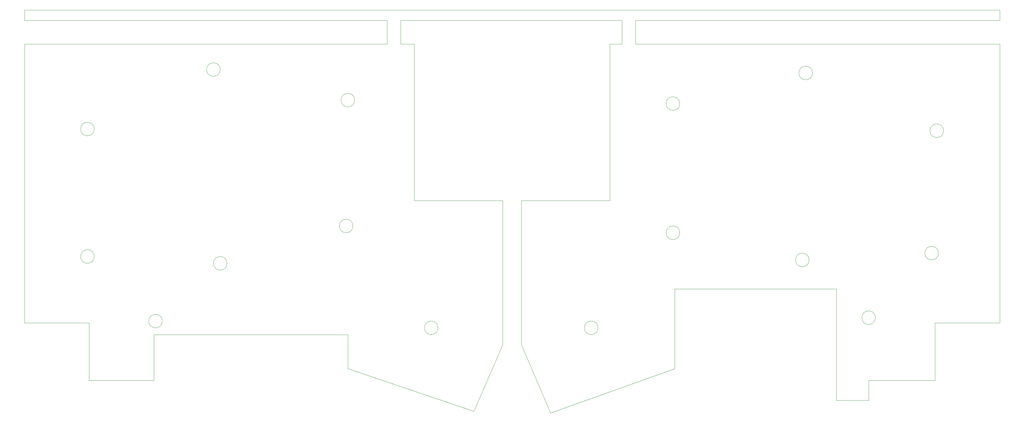
<source format=gm1>
%TF.GenerationSoftware,KiCad,Pcbnew,8.0.3*%
%TF.CreationDate,2025-01-04T16:23:02+09:00*%
%TF.ProjectId,manjaro_mx,6d616e6a-6172-46f5-9f6d-782e6b696361,rev?*%
%TF.SameCoordinates,Original*%
%TF.FileFunction,Profile,NP*%
%FSLAX46Y46*%
G04 Gerber Fmt 4.6, Leading zero omitted, Abs format (unit mm)*
G04 Created by KiCad (PCBNEW 8.0.3) date 2025-01-04 16:23:02*
%MOMM*%
%LPD*%
G01*
G04 APERTURE LIST*
%TA.AperFunction,Profile*%
%ADD10C,0.050000*%
%TD*%
G04 APERTURE END LIST*
D10*
X145000000Y-35500000D02*
X145000000Y-42500000D01*
X214000000Y-42500000D02*
X321000000Y-42500000D01*
X321000000Y-32500000D02*
X321000000Y-35500000D01*
X55000000Y-67500000D02*
G75*
G02*
X51000000Y-67500000I-2000000J0D01*
G01*
X51000000Y-67500000D02*
G75*
G02*
X55000000Y-67500000I2000000J0D01*
G01*
X214000000Y-35500000D02*
X214000000Y-42500000D01*
X34500000Y-124500000D02*
X53500000Y-124500000D01*
X273000000Y-147340000D02*
X282500000Y-147340000D01*
X175000000Y-88500000D02*
X149000000Y-88500000D01*
X203000000Y-126000000D02*
G75*
G02*
X199000000Y-126000000I-2000000J0D01*
G01*
X199000000Y-126000000D02*
G75*
G02*
X203000000Y-126000000I2000000J0D01*
G01*
X225500000Y-138000000D02*
X189000000Y-151000000D01*
X189000000Y-151000000D02*
X180500000Y-131000000D01*
X321000000Y-35500000D02*
X214000000Y-35500000D01*
X282500000Y-141500000D02*
X302000000Y-141500000D01*
X304500000Y-68000000D02*
G75*
G02*
X300500000Y-68000000I-2000000J0D01*
G01*
X300500000Y-68000000D02*
G75*
G02*
X304500000Y-68000000I2000000J0D01*
G01*
X266000000Y-51000000D02*
G75*
G02*
X262000000Y-51000000I-2000000J0D01*
G01*
X262000000Y-51000000D02*
G75*
G02*
X266000000Y-51000000I2000000J0D01*
G01*
X210000000Y-42500000D02*
X210000000Y-35500000D01*
X141000000Y-42500000D02*
X34500000Y-42500000D01*
X302000000Y-124500000D02*
X302000000Y-141500000D01*
X227000000Y-60000000D02*
G75*
G02*
X223000000Y-60000000I-2000000J0D01*
G01*
X223000000Y-60000000D02*
G75*
G02*
X227000000Y-60000000I2000000J0D01*
G01*
X145000000Y-35500000D02*
X210000000Y-35500000D01*
X34500000Y-32500000D02*
X34500000Y-35500000D01*
X227000000Y-98000000D02*
G75*
G02*
X223000000Y-98000000I-2000000J0D01*
G01*
X223000000Y-98000000D02*
G75*
G02*
X227000000Y-98000000I2000000J0D01*
G01*
X141000000Y-35500000D02*
X141000000Y-42500000D01*
X129500000Y-128000000D02*
X129500000Y-138000000D01*
X282500000Y-147340000D02*
X282500000Y-141500000D01*
X94000000Y-107000000D02*
G75*
G02*
X90000000Y-107000000I-2000000J0D01*
G01*
X90000000Y-107000000D02*
G75*
G02*
X94000000Y-107000000I2000000J0D01*
G01*
X265000000Y-106000000D02*
G75*
G02*
X261000000Y-106000000I-2000000J0D01*
G01*
X261000000Y-106000000D02*
G75*
G02*
X265000000Y-106000000I2000000J0D01*
G01*
X72500000Y-128000000D02*
X129500000Y-128000000D01*
X149000000Y-88500000D02*
X149000000Y-42500000D01*
X131000000Y-96000000D02*
G75*
G02*
X127000000Y-96000000I-2000000J0D01*
G01*
X127000000Y-96000000D02*
G75*
G02*
X131000000Y-96000000I2000000J0D01*
G01*
X303000000Y-104000000D02*
G75*
G02*
X299000000Y-104000000I-2000000J0D01*
G01*
X299000000Y-104000000D02*
G75*
G02*
X303000000Y-104000000I2000000J0D01*
G01*
X34500000Y-35500000D02*
X141000000Y-35500000D01*
X75000000Y-124000000D02*
G75*
G02*
X71000000Y-124000000I-2000000J0D01*
G01*
X71000000Y-124000000D02*
G75*
G02*
X75000000Y-124000000I2000000J0D01*
G01*
X206500000Y-88500000D02*
X206500000Y-42500000D01*
X131500000Y-59000000D02*
G75*
G02*
X127500000Y-59000000I-2000000J0D01*
G01*
X127500000Y-59000000D02*
G75*
G02*
X131500000Y-59000000I2000000J0D01*
G01*
X180500000Y-88500000D02*
X180500000Y-131000000D01*
X284500000Y-123000000D02*
G75*
G02*
X280500000Y-123000000I-2000000J0D01*
G01*
X280500000Y-123000000D02*
G75*
G02*
X284500000Y-123000000I2000000J0D01*
G01*
X175000000Y-88500000D02*
X175000000Y-131000000D01*
X166500000Y-150500000D02*
X175000000Y-131000000D01*
X92000000Y-50000000D02*
G75*
G02*
X88000000Y-50000000I-2000000J0D01*
G01*
X88000000Y-50000000D02*
G75*
G02*
X92000000Y-50000000I2000000J0D01*
G01*
X55000000Y-105000000D02*
G75*
G02*
X51000000Y-105000000I-2000000J0D01*
G01*
X51000000Y-105000000D02*
G75*
G02*
X55000000Y-105000000I2000000J0D01*
G01*
X225500000Y-114500000D02*
X225500000Y-138000000D01*
X180500000Y-88500000D02*
X206500000Y-88500000D01*
X321000000Y-32500000D02*
X34500000Y-32500000D01*
X34500000Y-42500000D02*
X34500000Y-124500000D01*
X129500000Y-138000000D02*
X166500000Y-150500000D01*
X321000000Y-124500000D02*
X302000000Y-124500000D01*
X53500000Y-141500000D02*
X72500000Y-141500000D01*
X273000000Y-114500000D02*
X273000000Y-147340000D01*
X145000000Y-42500000D02*
X149000000Y-42500000D01*
X156000000Y-126000000D02*
G75*
G02*
X152000000Y-126000000I-2000000J0D01*
G01*
X152000000Y-126000000D02*
G75*
G02*
X156000000Y-126000000I2000000J0D01*
G01*
X273000000Y-114500000D02*
X225500000Y-114500000D01*
X72500000Y-141500000D02*
X72500000Y-128000000D01*
X210000000Y-42500000D02*
X206500000Y-42500000D01*
X53500000Y-124500000D02*
X53500000Y-141500000D01*
X321000000Y-42500000D02*
X321000000Y-124500000D01*
M02*

</source>
